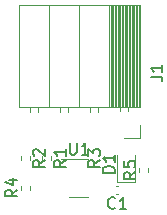
<source format=gbr>
%TF.GenerationSoftware,KiCad,Pcbnew,7.0.1*%
%TF.CreationDate,2024-10-11T19:22:07-04:00*%
%TF.ProjectId,TrackRing,54726163-6b52-4696-9e67-2e6b69636164,rev?*%
%TF.SameCoordinates,Original*%
%TF.FileFunction,Legend,Top*%
%TF.FilePolarity,Positive*%
%FSLAX46Y46*%
G04 Gerber Fmt 4.6, Leading zero omitted, Abs format (unit mm)*
G04 Created by KiCad (PCBNEW 7.0.1) date 2024-10-11 19:22:07*
%MOMM*%
%LPD*%
G01*
G04 APERTURE LIST*
%ADD10C,0.150000*%
%ADD11C,0.120000*%
G04 APERTURE END LIST*
D10*
%TO.C,J1*%
X32082619Y-24603333D02*
X32796904Y-24603333D01*
X32796904Y-24603333D02*
X32939761Y-24650952D01*
X32939761Y-24650952D02*
X33035000Y-24746190D01*
X33035000Y-24746190D02*
X33082619Y-24889047D01*
X33082619Y-24889047D02*
X33082619Y-24984285D01*
X33082619Y-23603333D02*
X33082619Y-24174761D01*
X33082619Y-23889047D02*
X32082619Y-23889047D01*
X32082619Y-23889047D02*
X32225476Y-23984285D01*
X32225476Y-23984285D02*
X32320714Y-24079523D01*
X32320714Y-24079523D02*
X32368333Y-24174761D01*
%TO.C,R2*%
X23132619Y-31666666D02*
X22656428Y-31999999D01*
X23132619Y-32238094D02*
X22132619Y-32238094D01*
X22132619Y-32238094D02*
X22132619Y-31857142D01*
X22132619Y-31857142D02*
X22180238Y-31761904D01*
X22180238Y-31761904D02*
X22227857Y-31714285D01*
X22227857Y-31714285D02*
X22323095Y-31666666D01*
X22323095Y-31666666D02*
X22465952Y-31666666D01*
X22465952Y-31666666D02*
X22561190Y-31714285D01*
X22561190Y-31714285D02*
X22608809Y-31761904D01*
X22608809Y-31761904D02*
X22656428Y-31857142D01*
X22656428Y-31857142D02*
X22656428Y-32238094D01*
X22227857Y-31285713D02*
X22180238Y-31238094D01*
X22180238Y-31238094D02*
X22132619Y-31142856D01*
X22132619Y-31142856D02*
X22132619Y-30904761D01*
X22132619Y-30904761D02*
X22180238Y-30809523D01*
X22180238Y-30809523D02*
X22227857Y-30761904D01*
X22227857Y-30761904D02*
X22323095Y-30714285D01*
X22323095Y-30714285D02*
X22418333Y-30714285D01*
X22418333Y-30714285D02*
X22561190Y-30761904D01*
X22561190Y-30761904D02*
X23132619Y-31333332D01*
X23132619Y-31333332D02*
X23132619Y-30714285D01*
%TO.C,C1*%
X29083333Y-35702380D02*
X29035714Y-35750000D01*
X29035714Y-35750000D02*
X28892857Y-35797619D01*
X28892857Y-35797619D02*
X28797619Y-35797619D01*
X28797619Y-35797619D02*
X28654762Y-35750000D01*
X28654762Y-35750000D02*
X28559524Y-35654761D01*
X28559524Y-35654761D02*
X28511905Y-35559523D01*
X28511905Y-35559523D02*
X28464286Y-35369047D01*
X28464286Y-35369047D02*
X28464286Y-35226190D01*
X28464286Y-35226190D02*
X28511905Y-35035714D01*
X28511905Y-35035714D02*
X28559524Y-34940476D01*
X28559524Y-34940476D02*
X28654762Y-34845238D01*
X28654762Y-34845238D02*
X28797619Y-34797619D01*
X28797619Y-34797619D02*
X28892857Y-34797619D01*
X28892857Y-34797619D02*
X29035714Y-34845238D01*
X29035714Y-34845238D02*
X29083333Y-34892857D01*
X30035714Y-35797619D02*
X29464286Y-35797619D01*
X29750000Y-35797619D02*
X29750000Y-34797619D01*
X29750000Y-34797619D02*
X29654762Y-34940476D01*
X29654762Y-34940476D02*
X29559524Y-35035714D01*
X29559524Y-35035714D02*
X29464286Y-35083333D01*
%TO.C,D1*%
X29032619Y-32738094D02*
X28032619Y-32738094D01*
X28032619Y-32738094D02*
X28032619Y-32499999D01*
X28032619Y-32499999D02*
X28080238Y-32357142D01*
X28080238Y-32357142D02*
X28175476Y-32261904D01*
X28175476Y-32261904D02*
X28270714Y-32214285D01*
X28270714Y-32214285D02*
X28461190Y-32166666D01*
X28461190Y-32166666D02*
X28604047Y-32166666D01*
X28604047Y-32166666D02*
X28794523Y-32214285D01*
X28794523Y-32214285D02*
X28889761Y-32261904D01*
X28889761Y-32261904D02*
X28985000Y-32357142D01*
X28985000Y-32357142D02*
X29032619Y-32499999D01*
X29032619Y-32499999D02*
X29032619Y-32738094D01*
X29032619Y-31214285D02*
X29032619Y-31785713D01*
X29032619Y-31499999D02*
X28032619Y-31499999D01*
X28032619Y-31499999D02*
X28175476Y-31595237D01*
X28175476Y-31595237D02*
X28270714Y-31690475D01*
X28270714Y-31690475D02*
X28318333Y-31785713D01*
%TO.C,R4*%
X20792619Y-34166666D02*
X20316428Y-34499999D01*
X20792619Y-34738094D02*
X19792619Y-34738094D01*
X19792619Y-34738094D02*
X19792619Y-34357142D01*
X19792619Y-34357142D02*
X19840238Y-34261904D01*
X19840238Y-34261904D02*
X19887857Y-34214285D01*
X19887857Y-34214285D02*
X19983095Y-34166666D01*
X19983095Y-34166666D02*
X20125952Y-34166666D01*
X20125952Y-34166666D02*
X20221190Y-34214285D01*
X20221190Y-34214285D02*
X20268809Y-34261904D01*
X20268809Y-34261904D02*
X20316428Y-34357142D01*
X20316428Y-34357142D02*
X20316428Y-34738094D01*
X20125952Y-33309523D02*
X20792619Y-33309523D01*
X19745000Y-33547618D02*
X20459285Y-33785713D01*
X20459285Y-33785713D02*
X20459285Y-33166666D01*
%TO.C,R1*%
X24882619Y-31666666D02*
X24406428Y-31999999D01*
X24882619Y-32238094D02*
X23882619Y-32238094D01*
X23882619Y-32238094D02*
X23882619Y-31857142D01*
X23882619Y-31857142D02*
X23930238Y-31761904D01*
X23930238Y-31761904D02*
X23977857Y-31714285D01*
X23977857Y-31714285D02*
X24073095Y-31666666D01*
X24073095Y-31666666D02*
X24215952Y-31666666D01*
X24215952Y-31666666D02*
X24311190Y-31714285D01*
X24311190Y-31714285D02*
X24358809Y-31761904D01*
X24358809Y-31761904D02*
X24406428Y-31857142D01*
X24406428Y-31857142D02*
X24406428Y-32238094D01*
X24882619Y-30714285D02*
X24882619Y-31285713D01*
X24882619Y-30999999D02*
X23882619Y-30999999D01*
X23882619Y-30999999D02*
X24025476Y-31095237D01*
X24025476Y-31095237D02*
X24120714Y-31190475D01*
X24120714Y-31190475D02*
X24168333Y-31285713D01*
%TO.C,R5*%
X30792619Y-32666666D02*
X30316428Y-32999999D01*
X30792619Y-33238094D02*
X29792619Y-33238094D01*
X29792619Y-33238094D02*
X29792619Y-32857142D01*
X29792619Y-32857142D02*
X29840238Y-32761904D01*
X29840238Y-32761904D02*
X29887857Y-32714285D01*
X29887857Y-32714285D02*
X29983095Y-32666666D01*
X29983095Y-32666666D02*
X30125952Y-32666666D01*
X30125952Y-32666666D02*
X30221190Y-32714285D01*
X30221190Y-32714285D02*
X30268809Y-32761904D01*
X30268809Y-32761904D02*
X30316428Y-32857142D01*
X30316428Y-32857142D02*
X30316428Y-33238094D01*
X29792619Y-31761904D02*
X29792619Y-32238094D01*
X29792619Y-32238094D02*
X30268809Y-32285713D01*
X30268809Y-32285713D02*
X30221190Y-32238094D01*
X30221190Y-32238094D02*
X30173571Y-32142856D01*
X30173571Y-32142856D02*
X30173571Y-31904761D01*
X30173571Y-31904761D02*
X30221190Y-31809523D01*
X30221190Y-31809523D02*
X30268809Y-31761904D01*
X30268809Y-31761904D02*
X30364047Y-31714285D01*
X30364047Y-31714285D02*
X30602142Y-31714285D01*
X30602142Y-31714285D02*
X30697380Y-31761904D01*
X30697380Y-31761904D02*
X30745000Y-31809523D01*
X30745000Y-31809523D02*
X30792619Y-31904761D01*
X30792619Y-31904761D02*
X30792619Y-32142856D01*
X30792619Y-32142856D02*
X30745000Y-32238094D01*
X30745000Y-32238094D02*
X30697380Y-32285713D01*
%TO.C,U1*%
X25238095Y-30187619D02*
X25238095Y-30997142D01*
X25238095Y-30997142D02*
X25285714Y-31092380D01*
X25285714Y-31092380D02*
X25333333Y-31140000D01*
X25333333Y-31140000D02*
X25428571Y-31187619D01*
X25428571Y-31187619D02*
X25619047Y-31187619D01*
X25619047Y-31187619D02*
X25714285Y-31140000D01*
X25714285Y-31140000D02*
X25761904Y-31092380D01*
X25761904Y-31092380D02*
X25809523Y-30997142D01*
X25809523Y-30997142D02*
X25809523Y-30187619D01*
X26809523Y-31187619D02*
X26238095Y-31187619D01*
X26523809Y-31187619D02*
X26523809Y-30187619D01*
X26523809Y-30187619D02*
X26428571Y-30330476D01*
X26428571Y-30330476D02*
X26333333Y-30425714D01*
X26333333Y-30425714D02*
X26238095Y-30473333D01*
%TO.C,R3*%
X27792619Y-31666666D02*
X27316428Y-31999999D01*
X27792619Y-32238094D02*
X26792619Y-32238094D01*
X26792619Y-32238094D02*
X26792619Y-31857142D01*
X26792619Y-31857142D02*
X26840238Y-31761904D01*
X26840238Y-31761904D02*
X26887857Y-31714285D01*
X26887857Y-31714285D02*
X26983095Y-31666666D01*
X26983095Y-31666666D02*
X27125952Y-31666666D01*
X27125952Y-31666666D02*
X27221190Y-31714285D01*
X27221190Y-31714285D02*
X27268809Y-31761904D01*
X27268809Y-31761904D02*
X27316428Y-31857142D01*
X27316428Y-31857142D02*
X27316428Y-32238094D01*
X26792619Y-31333332D02*
X26792619Y-30714285D01*
X26792619Y-30714285D02*
X27173571Y-31047618D01*
X27173571Y-31047618D02*
X27173571Y-30904761D01*
X27173571Y-30904761D02*
X27221190Y-30809523D01*
X27221190Y-30809523D02*
X27268809Y-30761904D01*
X27268809Y-30761904D02*
X27364047Y-30714285D01*
X27364047Y-30714285D02*
X27602142Y-30714285D01*
X27602142Y-30714285D02*
X27697380Y-30761904D01*
X27697380Y-30761904D02*
X27745000Y-30809523D01*
X27745000Y-30809523D02*
X27792619Y-30904761D01*
X27792619Y-30904761D02*
X27792619Y-31190475D01*
X27792619Y-31190475D02*
X27745000Y-31285713D01*
X27745000Y-31285713D02*
X27697380Y-31333332D01*
D11*
%TO.C,J1*%
X31180000Y-18560000D02*
X20900000Y-18560000D01*
X31180000Y-18560000D02*
X31180000Y-27190000D01*
X31060000Y-18560000D02*
X31060000Y-27190000D01*
X30941905Y-18560000D02*
X30941905Y-27190000D01*
X30823810Y-18560000D02*
X30823810Y-27190000D01*
X30705715Y-18560000D02*
X30705715Y-27190000D01*
X30587620Y-18560000D02*
X30587620Y-27190000D01*
X30469525Y-18560000D02*
X30469525Y-27190000D01*
X30351430Y-18560000D02*
X30351430Y-27190000D01*
X30233335Y-18560000D02*
X30233335Y-27190000D01*
X30115240Y-18560000D02*
X30115240Y-27190000D01*
X29997145Y-18560000D02*
X29997145Y-27190000D01*
X29879050Y-18560000D02*
X29879050Y-27190000D01*
X29760955Y-18560000D02*
X29760955Y-27190000D01*
X29642860Y-18560000D02*
X29642860Y-27190000D01*
X29524765Y-18560000D02*
X29524765Y-27190000D01*
X29406670Y-18560000D02*
X29406670Y-27190000D01*
X29288575Y-18560000D02*
X29288575Y-27190000D01*
X29170480Y-18560000D02*
X29170480Y-27190000D01*
X29052385Y-18560000D02*
X29052385Y-27190000D01*
X28934290Y-18560000D02*
X28934290Y-27190000D01*
X28816195Y-18560000D02*
X28816195Y-27190000D01*
X28698100Y-18560000D02*
X28698100Y-27190000D01*
X28580000Y-18560000D02*
X28580000Y-27190000D01*
X26040000Y-18560000D02*
X26040000Y-27190000D01*
X23500000Y-18560000D02*
X23500000Y-27190000D01*
X20900000Y-18560000D02*
X20900000Y-27190000D01*
X31180000Y-27190000D02*
X20900000Y-27190000D01*
X30210000Y-27190000D02*
X30210000Y-27540000D01*
X29490000Y-27190000D02*
X29490000Y-27540000D01*
X27670000Y-27190000D02*
X27670000Y-27600000D01*
X26950000Y-27190000D02*
X26950000Y-27600000D01*
X25130000Y-27190000D02*
X25130000Y-27600000D01*
X24410000Y-27190000D02*
X24410000Y-27600000D01*
X22590000Y-27190000D02*
X22590000Y-27600000D01*
X21870000Y-27190000D02*
X21870000Y-27600000D01*
X31180000Y-28650000D02*
X31180000Y-29760000D01*
X31180000Y-29760000D02*
X29850000Y-29760000D01*
%TO.C,R2*%
X21880000Y-31346359D02*
X21880000Y-31653641D01*
X21120000Y-31346359D02*
X21120000Y-31653641D01*
%TO.C,C1*%
X29357836Y-34535000D02*
X29142164Y-34535000D01*
X29357836Y-33815000D02*
X29142164Y-33815000D01*
%TO.C,D1*%
X29265000Y-33485000D02*
X30735000Y-33485000D01*
X30735000Y-33485000D02*
X30735000Y-31200000D01*
X29265000Y-31200000D02*
X29265000Y-33485000D01*
%TO.C,R4*%
X21120000Y-34153641D02*
X21120000Y-33846359D01*
X21880000Y-34153641D02*
X21880000Y-33846359D01*
%TO.C,R1*%
X23630000Y-31346359D02*
X23630000Y-31653641D01*
X22870000Y-31346359D02*
X22870000Y-31653641D01*
%TO.C,R5*%
X31120000Y-32653641D02*
X31120000Y-32346359D01*
X31880000Y-32653641D02*
X31880000Y-32346359D01*
%TO.C,U1*%
X25200000Y-34775000D02*
X26800000Y-34775000D01*
X26800000Y-31575000D02*
X24500000Y-31575000D01*
%TO.C,R3*%
X28120000Y-31653641D02*
X28120000Y-31346359D01*
X28880000Y-31653641D02*
X28880000Y-31346359D01*
%TD*%
M02*

</source>
